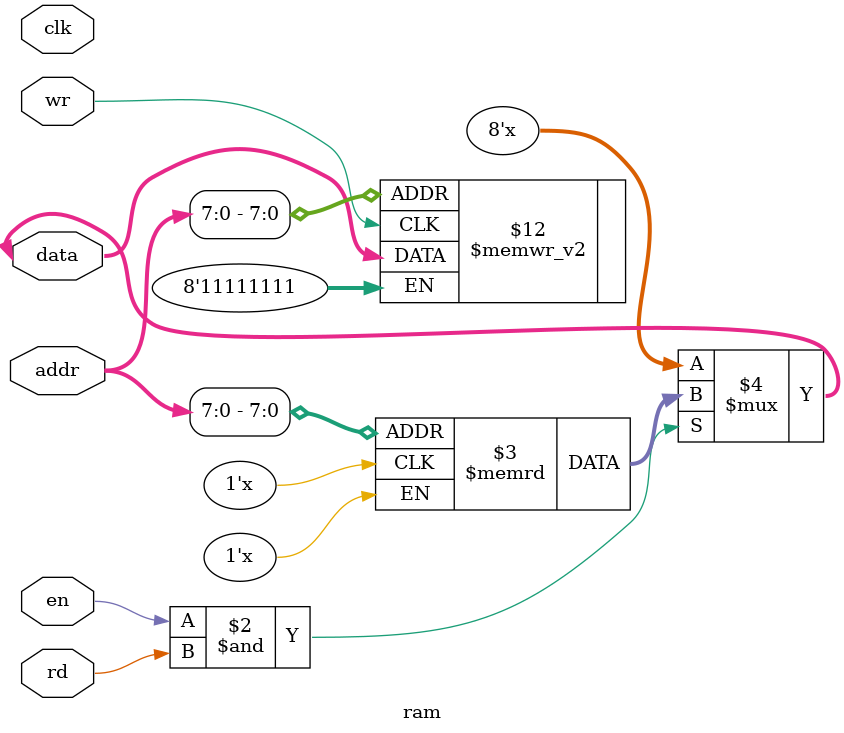
<source format=v>
module ram(
    // 时钟输入
    input clk,
    // 使能
	input en,
    // 读信号
	input rd,
    // 写信号
	input wr,
    // 地址总线
	input [12:0] addr,
    // 数据总线
	inout [7:0] data
);

    // 8 * 256存储单元
	reg [7:0] mem [8'hff:0];
	
    // 使能与读信号均有效时，往数据总线写指定地址存储的数据，否则高阻
	assign data = (en & rd)? mem[addr[7:0]] : 8'bzzzz_zzzz;
	
    // 检测到写信号，将数据总线上的数据存入指定地址
    always @(posedge wr) begin
        mem[addr[7:0]] <= data;
    end

endmodule
</source>
